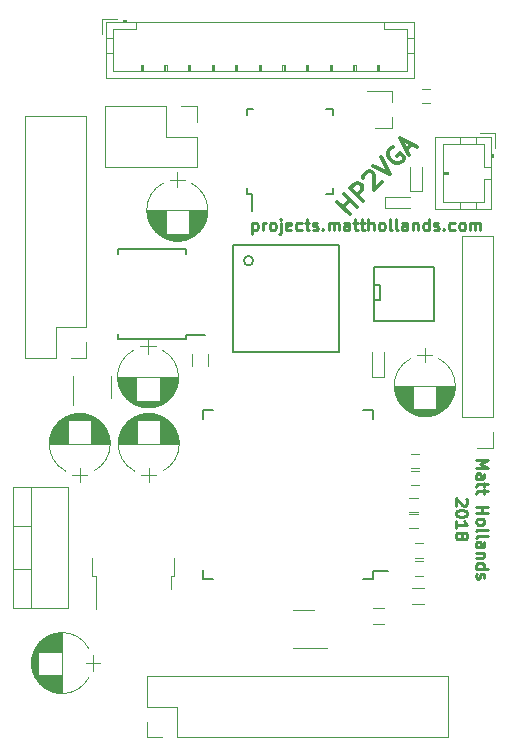
<source format=gbr>
G04 #@! TF.FileFunction,Legend,Top*
%FSLAX46Y46*%
G04 Gerber Fmt 4.6, Leading zero omitted, Abs format (unit mm)*
G04 Created by KiCad (PCBNEW 4.0.5) date 07/19/18 22:11:56*
%MOMM*%
%LPD*%
G01*
G04 APERTURE LIST*
%ADD10C,0.100000*%
%ADD11C,0.300000*%
%ADD12C,0.250000*%
%ADD13C,0.120000*%
%ADD14C,0.150000*%
G04 APERTURE END LIST*
D10*
D11*
X153657903Y-43389741D02*
X152597243Y-42329081D01*
X153102319Y-42834158D02*
X153708411Y-42228066D01*
X154263995Y-42783650D02*
X153203334Y-41722990D01*
X154769071Y-42278573D02*
X153708411Y-41217913D01*
X154112472Y-40813852D01*
X154263995Y-40763345D01*
X154365010Y-40763345D01*
X154516534Y-40813852D01*
X154668056Y-40965375D01*
X154718564Y-41116899D01*
X154718564Y-41217913D01*
X154668056Y-41369437D01*
X154263995Y-41773497D01*
X154819579Y-40308777D02*
X154819579Y-40207761D01*
X154870086Y-40056238D01*
X155122624Y-39803700D01*
X155274148Y-39753192D01*
X155375163Y-39753192D01*
X155526686Y-39803700D01*
X155627701Y-39904715D01*
X155728717Y-40106746D01*
X155728716Y-41318928D01*
X156385315Y-40662329D01*
X155627700Y-39298624D02*
X157041914Y-40005731D01*
X156334807Y-38591517D01*
X157294452Y-37732888D02*
X157142929Y-37783395D01*
X156991406Y-37934918D01*
X156890391Y-38136948D01*
X156890391Y-38338979D01*
X156940899Y-38490502D01*
X157092422Y-38743041D01*
X157243944Y-38894563D01*
X157496483Y-39046086D01*
X157648005Y-39096594D01*
X157850036Y-39096593D01*
X158052066Y-38995578D01*
X158153081Y-38894563D01*
X158254097Y-38692533D01*
X158254097Y-38591517D01*
X157900544Y-38237964D01*
X157698513Y-38439995D01*
X158456127Y-37985426D02*
X158961204Y-37480350D01*
X158658158Y-38389487D02*
X157951051Y-36975273D01*
X159365264Y-37682380D01*
D12*
X164379619Y-64214999D02*
X165379619Y-64214999D01*
X164665333Y-64548333D01*
X165379619Y-64881666D01*
X164379619Y-64881666D01*
X164379619Y-65786428D02*
X164903429Y-65786428D01*
X164998667Y-65738809D01*
X165046286Y-65643571D01*
X165046286Y-65453094D01*
X164998667Y-65357856D01*
X164427238Y-65786428D02*
X164379619Y-65691190D01*
X164379619Y-65453094D01*
X164427238Y-65357856D01*
X164522476Y-65310237D01*
X164617714Y-65310237D01*
X164712952Y-65357856D01*
X164760571Y-65453094D01*
X164760571Y-65691190D01*
X164808190Y-65786428D01*
X165046286Y-66119761D02*
X165046286Y-66500713D01*
X165379619Y-66262618D02*
X164522476Y-66262618D01*
X164427238Y-66310237D01*
X164379619Y-66405475D01*
X164379619Y-66500713D01*
X165046286Y-66691190D02*
X165046286Y-67072142D01*
X165379619Y-66834047D02*
X164522476Y-66834047D01*
X164427238Y-66881666D01*
X164379619Y-66976904D01*
X164379619Y-67072142D01*
X164379619Y-68167381D02*
X165379619Y-68167381D01*
X164903429Y-68167381D02*
X164903429Y-68738810D01*
X164379619Y-68738810D02*
X165379619Y-68738810D01*
X164379619Y-69357857D02*
X164427238Y-69262619D01*
X164474857Y-69215000D01*
X164570095Y-69167381D01*
X164855810Y-69167381D01*
X164951048Y-69215000D01*
X164998667Y-69262619D01*
X165046286Y-69357857D01*
X165046286Y-69500715D01*
X164998667Y-69595953D01*
X164951048Y-69643572D01*
X164855810Y-69691191D01*
X164570095Y-69691191D01*
X164474857Y-69643572D01*
X164427238Y-69595953D01*
X164379619Y-69500715D01*
X164379619Y-69357857D01*
X164379619Y-70262619D02*
X164427238Y-70167381D01*
X164522476Y-70119762D01*
X165379619Y-70119762D01*
X164379619Y-70786429D02*
X164427238Y-70691191D01*
X164522476Y-70643572D01*
X165379619Y-70643572D01*
X164379619Y-71595954D02*
X164903429Y-71595954D01*
X164998667Y-71548335D01*
X165046286Y-71453097D01*
X165046286Y-71262620D01*
X164998667Y-71167382D01*
X164427238Y-71595954D02*
X164379619Y-71500716D01*
X164379619Y-71262620D01*
X164427238Y-71167382D01*
X164522476Y-71119763D01*
X164617714Y-71119763D01*
X164712952Y-71167382D01*
X164760571Y-71262620D01*
X164760571Y-71500716D01*
X164808190Y-71595954D01*
X165046286Y-72072144D02*
X164379619Y-72072144D01*
X164951048Y-72072144D02*
X164998667Y-72119763D01*
X165046286Y-72215001D01*
X165046286Y-72357859D01*
X164998667Y-72453097D01*
X164903429Y-72500716D01*
X164379619Y-72500716D01*
X164379619Y-73405478D02*
X165379619Y-73405478D01*
X164427238Y-73405478D02*
X164379619Y-73310240D01*
X164379619Y-73119763D01*
X164427238Y-73024525D01*
X164474857Y-72976906D01*
X164570095Y-72929287D01*
X164855810Y-72929287D01*
X164951048Y-72976906D01*
X164998667Y-73024525D01*
X165046286Y-73119763D01*
X165046286Y-73310240D01*
X164998667Y-73405478D01*
X164427238Y-73834049D02*
X164379619Y-73929287D01*
X164379619Y-74119763D01*
X164427238Y-74215002D01*
X164522476Y-74262621D01*
X164570095Y-74262621D01*
X164665333Y-74215002D01*
X164712952Y-74119763D01*
X164712952Y-73976906D01*
X164760571Y-73881668D01*
X164855810Y-73834049D01*
X164903429Y-73834049D01*
X164998667Y-73881668D01*
X165046286Y-73976906D01*
X165046286Y-74119763D01*
X164998667Y-74215002D01*
X163534381Y-67500714D02*
X163582000Y-67548333D01*
X163629619Y-67643571D01*
X163629619Y-67881667D01*
X163582000Y-67976905D01*
X163534381Y-68024524D01*
X163439143Y-68072143D01*
X163343905Y-68072143D01*
X163201048Y-68024524D01*
X162629619Y-67453095D01*
X162629619Y-68072143D01*
X163629619Y-68691190D02*
X163629619Y-68786429D01*
X163582000Y-68881667D01*
X163534381Y-68929286D01*
X163439143Y-68976905D01*
X163248667Y-69024524D01*
X163010571Y-69024524D01*
X162820095Y-68976905D01*
X162724857Y-68929286D01*
X162677238Y-68881667D01*
X162629619Y-68786429D01*
X162629619Y-68691190D01*
X162677238Y-68595952D01*
X162724857Y-68548333D01*
X162820095Y-68500714D01*
X163010571Y-68453095D01*
X163248667Y-68453095D01*
X163439143Y-68500714D01*
X163534381Y-68548333D01*
X163582000Y-68595952D01*
X163629619Y-68691190D01*
X162629619Y-69976905D02*
X162629619Y-69405476D01*
X162629619Y-69691190D02*
X163629619Y-69691190D01*
X163486762Y-69595952D01*
X163391524Y-69500714D01*
X163343905Y-69405476D01*
X163201048Y-70548333D02*
X163248667Y-70453095D01*
X163296286Y-70405476D01*
X163391524Y-70357857D01*
X163439143Y-70357857D01*
X163534381Y-70405476D01*
X163582000Y-70453095D01*
X163629619Y-70548333D01*
X163629619Y-70738810D01*
X163582000Y-70834048D01*
X163534381Y-70881667D01*
X163439143Y-70929286D01*
X163391524Y-70929286D01*
X163296286Y-70881667D01*
X163248667Y-70834048D01*
X163201048Y-70738810D01*
X163201048Y-70548333D01*
X163153429Y-70453095D01*
X163105810Y-70405476D01*
X163010571Y-70357857D01*
X162820095Y-70357857D01*
X162724857Y-70405476D01*
X162677238Y-70453095D01*
X162629619Y-70548333D01*
X162629619Y-70738810D01*
X162677238Y-70834048D01*
X162724857Y-70881667D01*
X162820095Y-70929286D01*
X163010571Y-70929286D01*
X163105810Y-70881667D01*
X163153429Y-70834048D01*
X163201048Y-70738810D01*
X145400332Y-44108714D02*
X145400332Y-45108714D01*
X145400332Y-44156333D02*
X145495570Y-44108714D01*
X145686047Y-44108714D01*
X145781285Y-44156333D01*
X145828904Y-44203952D01*
X145876523Y-44299190D01*
X145876523Y-44584905D01*
X145828904Y-44680143D01*
X145781285Y-44727762D01*
X145686047Y-44775381D01*
X145495570Y-44775381D01*
X145400332Y-44727762D01*
X146305094Y-44775381D02*
X146305094Y-44108714D01*
X146305094Y-44299190D02*
X146352713Y-44203952D01*
X146400332Y-44156333D01*
X146495570Y-44108714D01*
X146590809Y-44108714D01*
X147066999Y-44775381D02*
X146971761Y-44727762D01*
X146924142Y-44680143D01*
X146876523Y-44584905D01*
X146876523Y-44299190D01*
X146924142Y-44203952D01*
X146971761Y-44156333D01*
X147066999Y-44108714D01*
X147209857Y-44108714D01*
X147305095Y-44156333D01*
X147352714Y-44203952D01*
X147400333Y-44299190D01*
X147400333Y-44584905D01*
X147352714Y-44680143D01*
X147305095Y-44727762D01*
X147209857Y-44775381D01*
X147066999Y-44775381D01*
X147828904Y-44108714D02*
X147828904Y-44965857D01*
X147781285Y-45061095D01*
X147686047Y-45108714D01*
X147638428Y-45108714D01*
X147828904Y-43775381D02*
X147781285Y-43823000D01*
X147828904Y-43870619D01*
X147876523Y-43823000D01*
X147828904Y-43775381D01*
X147828904Y-43870619D01*
X148686047Y-44727762D02*
X148590809Y-44775381D01*
X148400332Y-44775381D01*
X148305094Y-44727762D01*
X148257475Y-44632524D01*
X148257475Y-44251571D01*
X148305094Y-44156333D01*
X148400332Y-44108714D01*
X148590809Y-44108714D01*
X148686047Y-44156333D01*
X148733666Y-44251571D01*
X148733666Y-44346810D01*
X148257475Y-44442048D01*
X149590809Y-44727762D02*
X149495571Y-44775381D01*
X149305094Y-44775381D01*
X149209856Y-44727762D01*
X149162237Y-44680143D01*
X149114618Y-44584905D01*
X149114618Y-44299190D01*
X149162237Y-44203952D01*
X149209856Y-44156333D01*
X149305094Y-44108714D01*
X149495571Y-44108714D01*
X149590809Y-44156333D01*
X149876523Y-44108714D02*
X150257475Y-44108714D01*
X150019380Y-43775381D02*
X150019380Y-44632524D01*
X150066999Y-44727762D01*
X150162237Y-44775381D01*
X150257475Y-44775381D01*
X150543190Y-44727762D02*
X150638428Y-44775381D01*
X150828904Y-44775381D01*
X150924143Y-44727762D01*
X150971762Y-44632524D01*
X150971762Y-44584905D01*
X150924143Y-44489667D01*
X150828904Y-44442048D01*
X150686047Y-44442048D01*
X150590809Y-44394429D01*
X150543190Y-44299190D01*
X150543190Y-44251571D01*
X150590809Y-44156333D01*
X150686047Y-44108714D01*
X150828904Y-44108714D01*
X150924143Y-44156333D01*
X151400333Y-44680143D02*
X151447952Y-44727762D01*
X151400333Y-44775381D01*
X151352714Y-44727762D01*
X151400333Y-44680143D01*
X151400333Y-44775381D01*
X151876523Y-44775381D02*
X151876523Y-44108714D01*
X151876523Y-44203952D02*
X151924142Y-44156333D01*
X152019380Y-44108714D01*
X152162238Y-44108714D01*
X152257476Y-44156333D01*
X152305095Y-44251571D01*
X152305095Y-44775381D01*
X152305095Y-44251571D02*
X152352714Y-44156333D01*
X152447952Y-44108714D01*
X152590809Y-44108714D01*
X152686047Y-44156333D01*
X152733666Y-44251571D01*
X152733666Y-44775381D01*
X153638428Y-44775381D02*
X153638428Y-44251571D01*
X153590809Y-44156333D01*
X153495571Y-44108714D01*
X153305094Y-44108714D01*
X153209856Y-44156333D01*
X153638428Y-44727762D02*
X153543190Y-44775381D01*
X153305094Y-44775381D01*
X153209856Y-44727762D01*
X153162237Y-44632524D01*
X153162237Y-44537286D01*
X153209856Y-44442048D01*
X153305094Y-44394429D01*
X153543190Y-44394429D01*
X153638428Y-44346810D01*
X153971761Y-44108714D02*
X154352713Y-44108714D01*
X154114618Y-43775381D02*
X154114618Y-44632524D01*
X154162237Y-44727762D01*
X154257475Y-44775381D01*
X154352713Y-44775381D01*
X154543190Y-44108714D02*
X154924142Y-44108714D01*
X154686047Y-43775381D02*
X154686047Y-44632524D01*
X154733666Y-44727762D01*
X154828904Y-44775381D01*
X154924142Y-44775381D01*
X155257476Y-44775381D02*
X155257476Y-43775381D01*
X155686048Y-44775381D02*
X155686048Y-44251571D01*
X155638429Y-44156333D01*
X155543191Y-44108714D01*
X155400333Y-44108714D01*
X155305095Y-44156333D01*
X155257476Y-44203952D01*
X156305095Y-44775381D02*
X156209857Y-44727762D01*
X156162238Y-44680143D01*
X156114619Y-44584905D01*
X156114619Y-44299190D01*
X156162238Y-44203952D01*
X156209857Y-44156333D01*
X156305095Y-44108714D01*
X156447953Y-44108714D01*
X156543191Y-44156333D01*
X156590810Y-44203952D01*
X156638429Y-44299190D01*
X156638429Y-44584905D01*
X156590810Y-44680143D01*
X156543191Y-44727762D01*
X156447953Y-44775381D01*
X156305095Y-44775381D01*
X157209857Y-44775381D02*
X157114619Y-44727762D01*
X157067000Y-44632524D01*
X157067000Y-43775381D01*
X157733667Y-44775381D02*
X157638429Y-44727762D01*
X157590810Y-44632524D01*
X157590810Y-43775381D01*
X158543192Y-44775381D02*
X158543192Y-44251571D01*
X158495573Y-44156333D01*
X158400335Y-44108714D01*
X158209858Y-44108714D01*
X158114620Y-44156333D01*
X158543192Y-44727762D02*
X158447954Y-44775381D01*
X158209858Y-44775381D01*
X158114620Y-44727762D01*
X158067001Y-44632524D01*
X158067001Y-44537286D01*
X158114620Y-44442048D01*
X158209858Y-44394429D01*
X158447954Y-44394429D01*
X158543192Y-44346810D01*
X159019382Y-44108714D02*
X159019382Y-44775381D01*
X159019382Y-44203952D02*
X159067001Y-44156333D01*
X159162239Y-44108714D01*
X159305097Y-44108714D01*
X159400335Y-44156333D01*
X159447954Y-44251571D01*
X159447954Y-44775381D01*
X160352716Y-44775381D02*
X160352716Y-43775381D01*
X160352716Y-44727762D02*
X160257478Y-44775381D01*
X160067001Y-44775381D01*
X159971763Y-44727762D01*
X159924144Y-44680143D01*
X159876525Y-44584905D01*
X159876525Y-44299190D01*
X159924144Y-44203952D01*
X159971763Y-44156333D01*
X160067001Y-44108714D01*
X160257478Y-44108714D01*
X160352716Y-44156333D01*
X160781287Y-44727762D02*
X160876525Y-44775381D01*
X161067001Y-44775381D01*
X161162240Y-44727762D01*
X161209859Y-44632524D01*
X161209859Y-44584905D01*
X161162240Y-44489667D01*
X161067001Y-44442048D01*
X160924144Y-44442048D01*
X160828906Y-44394429D01*
X160781287Y-44299190D01*
X160781287Y-44251571D01*
X160828906Y-44156333D01*
X160924144Y-44108714D01*
X161067001Y-44108714D01*
X161162240Y-44156333D01*
X161638430Y-44680143D02*
X161686049Y-44727762D01*
X161638430Y-44775381D01*
X161590811Y-44727762D01*
X161638430Y-44680143D01*
X161638430Y-44775381D01*
X162543192Y-44727762D02*
X162447954Y-44775381D01*
X162257477Y-44775381D01*
X162162239Y-44727762D01*
X162114620Y-44680143D01*
X162067001Y-44584905D01*
X162067001Y-44299190D01*
X162114620Y-44203952D01*
X162162239Y-44156333D01*
X162257477Y-44108714D01*
X162447954Y-44108714D01*
X162543192Y-44156333D01*
X163114620Y-44775381D02*
X163019382Y-44727762D01*
X162971763Y-44680143D01*
X162924144Y-44584905D01*
X162924144Y-44299190D01*
X162971763Y-44203952D01*
X163019382Y-44156333D01*
X163114620Y-44108714D01*
X163257478Y-44108714D01*
X163352716Y-44156333D01*
X163400335Y-44203952D01*
X163447954Y-44299190D01*
X163447954Y-44584905D01*
X163400335Y-44680143D01*
X163352716Y-44727762D01*
X163257478Y-44775381D01*
X163114620Y-44775381D01*
X163876525Y-44775381D02*
X163876525Y-44108714D01*
X163876525Y-44203952D02*
X163924144Y-44156333D01*
X164019382Y-44108714D01*
X164162240Y-44108714D01*
X164257478Y-44156333D01*
X164305097Y-44251571D01*
X164305097Y-44775381D01*
X164305097Y-44251571D02*
X164352716Y-44156333D01*
X164447954Y-44108714D01*
X164590811Y-44108714D01*
X164686049Y-44156333D01*
X164733668Y-44251571D01*
X164733668Y-44775381D01*
D13*
X133016000Y-27156000D02*
X133016000Y-31856000D01*
X133016000Y-31856000D02*
X159116000Y-31856000D01*
X159116000Y-31856000D02*
X159116000Y-27156000D01*
X159116000Y-27156000D02*
X133016000Y-27156000D01*
X135566000Y-27156000D02*
X135566000Y-27756000D01*
X135566000Y-27756000D02*
X133616000Y-27756000D01*
X133616000Y-27756000D02*
X133616000Y-31256000D01*
X133616000Y-31256000D02*
X158516000Y-31256000D01*
X158516000Y-31256000D02*
X158516000Y-27756000D01*
X158516000Y-27756000D02*
X156566000Y-27756000D01*
X156566000Y-27756000D02*
X156566000Y-27156000D01*
X133016000Y-28456000D02*
X133616000Y-28456000D01*
X133016000Y-29756000D02*
X133616000Y-29756000D01*
X159116000Y-28456000D02*
X158516000Y-28456000D01*
X159116000Y-29756000D02*
X158516000Y-29756000D01*
X134766000Y-27156000D02*
X134766000Y-26956000D01*
X134766000Y-26956000D02*
X134466000Y-26956000D01*
X134466000Y-26956000D02*
X134466000Y-27156000D01*
X134766000Y-27056000D02*
X134466000Y-27056000D01*
X135966000Y-31256000D02*
X135966000Y-30756000D01*
X135966000Y-30756000D02*
X136166000Y-30756000D01*
X136166000Y-30756000D02*
X136166000Y-31256000D01*
X136066000Y-31256000D02*
X136066000Y-30756000D01*
X137966000Y-31256000D02*
X137966000Y-30756000D01*
X137966000Y-30756000D02*
X138166000Y-30756000D01*
X138166000Y-30756000D02*
X138166000Y-31256000D01*
X138066000Y-31256000D02*
X138066000Y-30756000D01*
X139966000Y-31256000D02*
X139966000Y-30756000D01*
X139966000Y-30756000D02*
X140166000Y-30756000D01*
X140166000Y-30756000D02*
X140166000Y-31256000D01*
X140066000Y-31256000D02*
X140066000Y-30756000D01*
X141966000Y-31256000D02*
X141966000Y-30756000D01*
X141966000Y-30756000D02*
X142166000Y-30756000D01*
X142166000Y-30756000D02*
X142166000Y-31256000D01*
X142066000Y-31256000D02*
X142066000Y-30756000D01*
X143966000Y-31256000D02*
X143966000Y-30756000D01*
X143966000Y-30756000D02*
X144166000Y-30756000D01*
X144166000Y-30756000D02*
X144166000Y-31256000D01*
X144066000Y-31256000D02*
X144066000Y-30756000D01*
X145966000Y-31256000D02*
X145966000Y-30756000D01*
X145966000Y-30756000D02*
X146166000Y-30756000D01*
X146166000Y-30756000D02*
X146166000Y-31256000D01*
X146066000Y-31256000D02*
X146066000Y-30756000D01*
X147966000Y-31256000D02*
X147966000Y-30756000D01*
X147966000Y-30756000D02*
X148166000Y-30756000D01*
X148166000Y-30756000D02*
X148166000Y-31256000D01*
X148066000Y-31256000D02*
X148066000Y-30756000D01*
X149966000Y-31256000D02*
X149966000Y-30756000D01*
X149966000Y-30756000D02*
X150166000Y-30756000D01*
X150166000Y-30756000D02*
X150166000Y-31256000D01*
X150066000Y-31256000D02*
X150066000Y-30756000D01*
X151966000Y-31256000D02*
X151966000Y-30756000D01*
X151966000Y-30756000D02*
X152166000Y-30756000D01*
X152166000Y-30756000D02*
X152166000Y-31256000D01*
X152066000Y-31256000D02*
X152066000Y-30756000D01*
X153966000Y-31256000D02*
X153966000Y-30756000D01*
X153966000Y-30756000D02*
X154166000Y-30756000D01*
X154166000Y-30756000D02*
X154166000Y-31256000D01*
X154066000Y-31256000D02*
X154066000Y-30756000D01*
X155966000Y-31256000D02*
X155966000Y-30756000D01*
X155966000Y-30756000D02*
X156166000Y-30756000D01*
X156166000Y-30756000D02*
X156166000Y-31256000D01*
X156066000Y-31256000D02*
X156066000Y-30756000D01*
X133966000Y-26856000D02*
X132716000Y-26856000D01*
X132716000Y-26856000D02*
X132716000Y-28106000D01*
D14*
X139781000Y-53990000D02*
X139781000Y-53640000D01*
X134031000Y-53990000D02*
X134031000Y-53540000D01*
X134031000Y-46340000D02*
X134031000Y-46790000D01*
X139781000Y-46340000D02*
X139781000Y-46790000D01*
X139781000Y-53990000D02*
X134031000Y-53990000D01*
X139781000Y-46340000D02*
X134031000Y-46340000D01*
X139781000Y-53640000D02*
X141381000Y-53640000D01*
X144965000Y-41725000D02*
X145415000Y-41725000D01*
X144965000Y-34475000D02*
X145490000Y-34475000D01*
X152215000Y-34475000D02*
X151690000Y-34475000D01*
X152215000Y-41725000D02*
X151690000Y-41725000D01*
X144965000Y-41725000D02*
X144965000Y-41200000D01*
X152215000Y-41725000D02*
X152215000Y-41200000D01*
X152215000Y-34475000D02*
X152215000Y-35000000D01*
X144965000Y-34475000D02*
X144965000Y-35000000D01*
X145415000Y-41725000D02*
X145415000Y-43100000D01*
D13*
X140244723Y-45374722D02*
G75*
G03X140245000Y-40763420I-1179723J2305722D01*
G01*
X137885277Y-45374722D02*
G75*
G02X137885000Y-40763420I1179723J2305722D01*
G01*
X137885277Y-45374722D02*
G75*
G03X140245000Y-45374580I1179723J2305722D01*
G01*
X141615000Y-43069000D02*
X136515000Y-43069000D01*
X141615000Y-43109000D02*
X140045000Y-43109000D01*
X138085000Y-43109000D02*
X136515000Y-43109000D01*
X141614000Y-43149000D02*
X140045000Y-43149000D01*
X138085000Y-43149000D02*
X136516000Y-43149000D01*
X141613000Y-43189000D02*
X140045000Y-43189000D01*
X138085000Y-43189000D02*
X136517000Y-43189000D01*
X141611000Y-43229000D02*
X140045000Y-43229000D01*
X138085000Y-43229000D02*
X136519000Y-43229000D01*
X141608000Y-43269000D02*
X140045000Y-43269000D01*
X138085000Y-43269000D02*
X136522000Y-43269000D01*
X141604000Y-43309000D02*
X140045000Y-43309000D01*
X138085000Y-43309000D02*
X136526000Y-43309000D01*
X141600000Y-43349000D02*
X140045000Y-43349000D01*
X138085000Y-43349000D02*
X136530000Y-43349000D01*
X141596000Y-43389000D02*
X140045000Y-43389000D01*
X138085000Y-43389000D02*
X136534000Y-43389000D01*
X141590000Y-43429000D02*
X140045000Y-43429000D01*
X138085000Y-43429000D02*
X136540000Y-43429000D01*
X141584000Y-43469000D02*
X140045000Y-43469000D01*
X138085000Y-43469000D02*
X136546000Y-43469000D01*
X141578000Y-43509000D02*
X140045000Y-43509000D01*
X138085000Y-43509000D02*
X136552000Y-43509000D01*
X141571000Y-43549000D02*
X140045000Y-43549000D01*
X138085000Y-43549000D02*
X136559000Y-43549000D01*
X141563000Y-43589000D02*
X140045000Y-43589000D01*
X138085000Y-43589000D02*
X136567000Y-43589000D01*
X141554000Y-43629000D02*
X140045000Y-43629000D01*
X138085000Y-43629000D02*
X136576000Y-43629000D01*
X141545000Y-43669000D02*
X140045000Y-43669000D01*
X138085000Y-43669000D02*
X136585000Y-43669000D01*
X141535000Y-43709000D02*
X140045000Y-43709000D01*
X138085000Y-43709000D02*
X136595000Y-43709000D01*
X141525000Y-43749000D02*
X140045000Y-43749000D01*
X138085000Y-43749000D02*
X136605000Y-43749000D01*
X141513000Y-43790000D02*
X140045000Y-43790000D01*
X138085000Y-43790000D02*
X136617000Y-43790000D01*
X141501000Y-43830000D02*
X140045000Y-43830000D01*
X138085000Y-43830000D02*
X136629000Y-43830000D01*
X141489000Y-43870000D02*
X140045000Y-43870000D01*
X138085000Y-43870000D02*
X136641000Y-43870000D01*
X141475000Y-43910000D02*
X140045000Y-43910000D01*
X138085000Y-43910000D02*
X136655000Y-43910000D01*
X141461000Y-43950000D02*
X140045000Y-43950000D01*
X138085000Y-43950000D02*
X136669000Y-43950000D01*
X141447000Y-43990000D02*
X140045000Y-43990000D01*
X138085000Y-43990000D02*
X136683000Y-43990000D01*
X141431000Y-44030000D02*
X140045000Y-44030000D01*
X138085000Y-44030000D02*
X136699000Y-44030000D01*
X141415000Y-44070000D02*
X140045000Y-44070000D01*
X138085000Y-44070000D02*
X136715000Y-44070000D01*
X141398000Y-44110000D02*
X140045000Y-44110000D01*
X138085000Y-44110000D02*
X136732000Y-44110000D01*
X141380000Y-44150000D02*
X140045000Y-44150000D01*
X138085000Y-44150000D02*
X136750000Y-44150000D01*
X141361000Y-44190000D02*
X140045000Y-44190000D01*
X138085000Y-44190000D02*
X136769000Y-44190000D01*
X141341000Y-44230000D02*
X140045000Y-44230000D01*
X138085000Y-44230000D02*
X136789000Y-44230000D01*
X141321000Y-44270000D02*
X140045000Y-44270000D01*
X138085000Y-44270000D02*
X136809000Y-44270000D01*
X141299000Y-44310000D02*
X140045000Y-44310000D01*
X138085000Y-44310000D02*
X136831000Y-44310000D01*
X141277000Y-44350000D02*
X140045000Y-44350000D01*
X138085000Y-44350000D02*
X136853000Y-44350000D01*
X141254000Y-44390000D02*
X140045000Y-44390000D01*
X138085000Y-44390000D02*
X136876000Y-44390000D01*
X141230000Y-44430000D02*
X140045000Y-44430000D01*
X138085000Y-44430000D02*
X136900000Y-44430000D01*
X141205000Y-44470000D02*
X140045000Y-44470000D01*
X138085000Y-44470000D02*
X136925000Y-44470000D01*
X141178000Y-44510000D02*
X140045000Y-44510000D01*
X138085000Y-44510000D02*
X136952000Y-44510000D01*
X141151000Y-44550000D02*
X140045000Y-44550000D01*
X138085000Y-44550000D02*
X136979000Y-44550000D01*
X141123000Y-44590000D02*
X140045000Y-44590000D01*
X138085000Y-44590000D02*
X137007000Y-44590000D01*
X141093000Y-44630000D02*
X140045000Y-44630000D01*
X138085000Y-44630000D02*
X137037000Y-44630000D01*
X141062000Y-44670000D02*
X140045000Y-44670000D01*
X138085000Y-44670000D02*
X137068000Y-44670000D01*
X141030000Y-44710000D02*
X140045000Y-44710000D01*
X138085000Y-44710000D02*
X137100000Y-44710000D01*
X140997000Y-44750000D02*
X140045000Y-44750000D01*
X138085000Y-44750000D02*
X137133000Y-44750000D01*
X140962000Y-44790000D02*
X140045000Y-44790000D01*
X138085000Y-44790000D02*
X137168000Y-44790000D01*
X140926000Y-44830000D02*
X140045000Y-44830000D01*
X138085000Y-44830000D02*
X137204000Y-44830000D01*
X140888000Y-44870000D02*
X140045000Y-44870000D01*
X138085000Y-44870000D02*
X137242000Y-44870000D01*
X140848000Y-44910000D02*
X140045000Y-44910000D01*
X138085000Y-44910000D02*
X137282000Y-44910000D01*
X140807000Y-44950000D02*
X140045000Y-44950000D01*
X138085000Y-44950000D02*
X137323000Y-44950000D01*
X140764000Y-44990000D02*
X140045000Y-44990000D01*
X138085000Y-44990000D02*
X137366000Y-44990000D01*
X140719000Y-45030000D02*
X140045000Y-45030000D01*
X138085000Y-45030000D02*
X137411000Y-45030000D01*
X140671000Y-45070000D02*
X137459000Y-45070000D01*
X140621000Y-45110000D02*
X137509000Y-45110000D01*
X140569000Y-45150000D02*
X137561000Y-45150000D01*
X140513000Y-45190000D02*
X137617000Y-45190000D01*
X140455000Y-45230000D02*
X137675000Y-45230000D01*
X140392000Y-45270000D02*
X137738000Y-45270000D01*
X140326000Y-45310000D02*
X137804000Y-45310000D01*
X140254000Y-45350000D02*
X137876000Y-45350000D01*
X140177000Y-45390000D02*
X137953000Y-45390000D01*
X140093000Y-45430000D02*
X138037000Y-45430000D01*
X139999000Y-45470000D02*
X138131000Y-45470000D01*
X139894000Y-45510000D02*
X138236000Y-45510000D01*
X139772000Y-45550000D02*
X138358000Y-45550000D01*
X139624000Y-45590000D02*
X138506000Y-45590000D01*
X139419000Y-45630000D02*
X138711000Y-45630000D01*
X139065000Y-39869000D02*
X139065000Y-41069000D01*
X139715000Y-40469000D02*
X138415000Y-40469000D01*
X126996278Y-82586723D02*
G75*
G03X131607580Y-82587000I2305722J1179723D01*
G01*
X126996278Y-80227277D02*
G75*
G02X131607580Y-80227000I2305722J-1179723D01*
G01*
X126996278Y-80227277D02*
G75*
G03X126996420Y-82587000I2305722J-1179723D01*
G01*
X129302000Y-83957000D02*
X129302000Y-78857000D01*
X129262000Y-83957000D02*
X129262000Y-82387000D01*
X129262000Y-80427000D02*
X129262000Y-78857000D01*
X129222000Y-83956000D02*
X129222000Y-82387000D01*
X129222000Y-80427000D02*
X129222000Y-78858000D01*
X129182000Y-83955000D02*
X129182000Y-82387000D01*
X129182000Y-80427000D02*
X129182000Y-78859000D01*
X129142000Y-83953000D02*
X129142000Y-82387000D01*
X129142000Y-80427000D02*
X129142000Y-78861000D01*
X129102000Y-83950000D02*
X129102000Y-82387000D01*
X129102000Y-80427000D02*
X129102000Y-78864000D01*
X129062000Y-83946000D02*
X129062000Y-82387000D01*
X129062000Y-80427000D02*
X129062000Y-78868000D01*
X129022000Y-83942000D02*
X129022000Y-82387000D01*
X129022000Y-80427000D02*
X129022000Y-78872000D01*
X128982000Y-83938000D02*
X128982000Y-82387000D01*
X128982000Y-80427000D02*
X128982000Y-78876000D01*
X128942000Y-83932000D02*
X128942000Y-82387000D01*
X128942000Y-80427000D02*
X128942000Y-78882000D01*
X128902000Y-83926000D02*
X128902000Y-82387000D01*
X128902000Y-80427000D02*
X128902000Y-78888000D01*
X128862000Y-83920000D02*
X128862000Y-82387000D01*
X128862000Y-80427000D02*
X128862000Y-78894000D01*
X128822000Y-83913000D02*
X128822000Y-82387000D01*
X128822000Y-80427000D02*
X128822000Y-78901000D01*
X128782000Y-83905000D02*
X128782000Y-82387000D01*
X128782000Y-80427000D02*
X128782000Y-78909000D01*
X128742000Y-83896000D02*
X128742000Y-82387000D01*
X128742000Y-80427000D02*
X128742000Y-78918000D01*
X128702000Y-83887000D02*
X128702000Y-82387000D01*
X128702000Y-80427000D02*
X128702000Y-78927000D01*
X128662000Y-83877000D02*
X128662000Y-82387000D01*
X128662000Y-80427000D02*
X128662000Y-78937000D01*
X128622000Y-83867000D02*
X128622000Y-82387000D01*
X128622000Y-80427000D02*
X128622000Y-78947000D01*
X128581000Y-83855000D02*
X128581000Y-82387000D01*
X128581000Y-80427000D02*
X128581000Y-78959000D01*
X128541000Y-83843000D02*
X128541000Y-82387000D01*
X128541000Y-80427000D02*
X128541000Y-78971000D01*
X128501000Y-83831000D02*
X128501000Y-82387000D01*
X128501000Y-80427000D02*
X128501000Y-78983000D01*
X128461000Y-83817000D02*
X128461000Y-82387000D01*
X128461000Y-80427000D02*
X128461000Y-78997000D01*
X128421000Y-83803000D02*
X128421000Y-82387000D01*
X128421000Y-80427000D02*
X128421000Y-79011000D01*
X128381000Y-83789000D02*
X128381000Y-82387000D01*
X128381000Y-80427000D02*
X128381000Y-79025000D01*
X128341000Y-83773000D02*
X128341000Y-82387000D01*
X128341000Y-80427000D02*
X128341000Y-79041000D01*
X128301000Y-83757000D02*
X128301000Y-82387000D01*
X128301000Y-80427000D02*
X128301000Y-79057000D01*
X128261000Y-83740000D02*
X128261000Y-82387000D01*
X128261000Y-80427000D02*
X128261000Y-79074000D01*
X128221000Y-83722000D02*
X128221000Y-82387000D01*
X128221000Y-80427000D02*
X128221000Y-79092000D01*
X128181000Y-83703000D02*
X128181000Y-82387000D01*
X128181000Y-80427000D02*
X128181000Y-79111000D01*
X128141000Y-83683000D02*
X128141000Y-82387000D01*
X128141000Y-80427000D02*
X128141000Y-79131000D01*
X128101000Y-83663000D02*
X128101000Y-82387000D01*
X128101000Y-80427000D02*
X128101000Y-79151000D01*
X128061000Y-83641000D02*
X128061000Y-82387000D01*
X128061000Y-80427000D02*
X128061000Y-79173000D01*
X128021000Y-83619000D02*
X128021000Y-82387000D01*
X128021000Y-80427000D02*
X128021000Y-79195000D01*
X127981000Y-83596000D02*
X127981000Y-82387000D01*
X127981000Y-80427000D02*
X127981000Y-79218000D01*
X127941000Y-83572000D02*
X127941000Y-82387000D01*
X127941000Y-80427000D02*
X127941000Y-79242000D01*
X127901000Y-83547000D02*
X127901000Y-82387000D01*
X127901000Y-80427000D02*
X127901000Y-79267000D01*
X127861000Y-83520000D02*
X127861000Y-82387000D01*
X127861000Y-80427000D02*
X127861000Y-79294000D01*
X127821000Y-83493000D02*
X127821000Y-82387000D01*
X127821000Y-80427000D02*
X127821000Y-79321000D01*
X127781000Y-83465000D02*
X127781000Y-82387000D01*
X127781000Y-80427000D02*
X127781000Y-79349000D01*
X127741000Y-83435000D02*
X127741000Y-82387000D01*
X127741000Y-80427000D02*
X127741000Y-79379000D01*
X127701000Y-83404000D02*
X127701000Y-82387000D01*
X127701000Y-80427000D02*
X127701000Y-79410000D01*
X127661000Y-83372000D02*
X127661000Y-82387000D01*
X127661000Y-80427000D02*
X127661000Y-79442000D01*
X127621000Y-83339000D02*
X127621000Y-82387000D01*
X127621000Y-80427000D02*
X127621000Y-79475000D01*
X127581000Y-83304000D02*
X127581000Y-82387000D01*
X127581000Y-80427000D02*
X127581000Y-79510000D01*
X127541000Y-83268000D02*
X127541000Y-82387000D01*
X127541000Y-80427000D02*
X127541000Y-79546000D01*
X127501000Y-83230000D02*
X127501000Y-82387000D01*
X127501000Y-80427000D02*
X127501000Y-79584000D01*
X127461000Y-83190000D02*
X127461000Y-82387000D01*
X127461000Y-80427000D02*
X127461000Y-79624000D01*
X127421000Y-83149000D02*
X127421000Y-82387000D01*
X127421000Y-80427000D02*
X127421000Y-79665000D01*
X127381000Y-83106000D02*
X127381000Y-82387000D01*
X127381000Y-80427000D02*
X127381000Y-79708000D01*
X127341000Y-83061000D02*
X127341000Y-82387000D01*
X127341000Y-80427000D02*
X127341000Y-79753000D01*
X127301000Y-83013000D02*
X127301000Y-79801000D01*
X127261000Y-82963000D02*
X127261000Y-79851000D01*
X127221000Y-82911000D02*
X127221000Y-79903000D01*
X127181000Y-82855000D02*
X127181000Y-79959000D01*
X127141000Y-82797000D02*
X127141000Y-80017000D01*
X127101000Y-82734000D02*
X127101000Y-80080000D01*
X127061000Y-82668000D02*
X127061000Y-80146000D01*
X127021000Y-82596000D02*
X127021000Y-80218000D01*
X126981000Y-82519000D02*
X126981000Y-80295000D01*
X126941000Y-82435000D02*
X126941000Y-80379000D01*
X126901000Y-82341000D02*
X126901000Y-80473000D01*
X126861000Y-82236000D02*
X126861000Y-80578000D01*
X126821000Y-82114000D02*
X126821000Y-80700000D01*
X126781000Y-81966000D02*
X126781000Y-80848000D01*
X126741000Y-81761000D02*
X126741000Y-81053000D01*
X132502000Y-81407000D02*
X131302000Y-81407000D01*
X131902000Y-82057000D02*
X131902000Y-80757000D01*
X129630277Y-60543278D02*
G75*
G03X129630000Y-65154580I1179723J-2305722D01*
G01*
X131989723Y-60543278D02*
G75*
G02X131990000Y-65154580I-1179723J-2305722D01*
G01*
X131989723Y-60543278D02*
G75*
G03X129630000Y-60543420I-1179723J-2305722D01*
G01*
X128260000Y-62849000D02*
X133360000Y-62849000D01*
X128260000Y-62809000D02*
X129830000Y-62809000D01*
X131790000Y-62809000D02*
X133360000Y-62809000D01*
X128261000Y-62769000D02*
X129830000Y-62769000D01*
X131790000Y-62769000D02*
X133359000Y-62769000D01*
X128262000Y-62729000D02*
X129830000Y-62729000D01*
X131790000Y-62729000D02*
X133358000Y-62729000D01*
X128264000Y-62689000D02*
X129830000Y-62689000D01*
X131790000Y-62689000D02*
X133356000Y-62689000D01*
X128267000Y-62649000D02*
X129830000Y-62649000D01*
X131790000Y-62649000D02*
X133353000Y-62649000D01*
X128271000Y-62609000D02*
X129830000Y-62609000D01*
X131790000Y-62609000D02*
X133349000Y-62609000D01*
X128275000Y-62569000D02*
X129830000Y-62569000D01*
X131790000Y-62569000D02*
X133345000Y-62569000D01*
X128279000Y-62529000D02*
X129830000Y-62529000D01*
X131790000Y-62529000D02*
X133341000Y-62529000D01*
X128285000Y-62489000D02*
X129830000Y-62489000D01*
X131790000Y-62489000D02*
X133335000Y-62489000D01*
X128291000Y-62449000D02*
X129830000Y-62449000D01*
X131790000Y-62449000D02*
X133329000Y-62449000D01*
X128297000Y-62409000D02*
X129830000Y-62409000D01*
X131790000Y-62409000D02*
X133323000Y-62409000D01*
X128304000Y-62369000D02*
X129830000Y-62369000D01*
X131790000Y-62369000D02*
X133316000Y-62369000D01*
X128312000Y-62329000D02*
X129830000Y-62329000D01*
X131790000Y-62329000D02*
X133308000Y-62329000D01*
X128321000Y-62289000D02*
X129830000Y-62289000D01*
X131790000Y-62289000D02*
X133299000Y-62289000D01*
X128330000Y-62249000D02*
X129830000Y-62249000D01*
X131790000Y-62249000D02*
X133290000Y-62249000D01*
X128340000Y-62209000D02*
X129830000Y-62209000D01*
X131790000Y-62209000D02*
X133280000Y-62209000D01*
X128350000Y-62169000D02*
X129830000Y-62169000D01*
X131790000Y-62169000D02*
X133270000Y-62169000D01*
X128362000Y-62128000D02*
X129830000Y-62128000D01*
X131790000Y-62128000D02*
X133258000Y-62128000D01*
X128374000Y-62088000D02*
X129830000Y-62088000D01*
X131790000Y-62088000D02*
X133246000Y-62088000D01*
X128386000Y-62048000D02*
X129830000Y-62048000D01*
X131790000Y-62048000D02*
X133234000Y-62048000D01*
X128400000Y-62008000D02*
X129830000Y-62008000D01*
X131790000Y-62008000D02*
X133220000Y-62008000D01*
X128414000Y-61968000D02*
X129830000Y-61968000D01*
X131790000Y-61968000D02*
X133206000Y-61968000D01*
X128428000Y-61928000D02*
X129830000Y-61928000D01*
X131790000Y-61928000D02*
X133192000Y-61928000D01*
X128444000Y-61888000D02*
X129830000Y-61888000D01*
X131790000Y-61888000D02*
X133176000Y-61888000D01*
X128460000Y-61848000D02*
X129830000Y-61848000D01*
X131790000Y-61848000D02*
X133160000Y-61848000D01*
X128477000Y-61808000D02*
X129830000Y-61808000D01*
X131790000Y-61808000D02*
X133143000Y-61808000D01*
X128495000Y-61768000D02*
X129830000Y-61768000D01*
X131790000Y-61768000D02*
X133125000Y-61768000D01*
X128514000Y-61728000D02*
X129830000Y-61728000D01*
X131790000Y-61728000D02*
X133106000Y-61728000D01*
X128534000Y-61688000D02*
X129830000Y-61688000D01*
X131790000Y-61688000D02*
X133086000Y-61688000D01*
X128554000Y-61648000D02*
X129830000Y-61648000D01*
X131790000Y-61648000D02*
X133066000Y-61648000D01*
X128576000Y-61608000D02*
X129830000Y-61608000D01*
X131790000Y-61608000D02*
X133044000Y-61608000D01*
X128598000Y-61568000D02*
X129830000Y-61568000D01*
X131790000Y-61568000D02*
X133022000Y-61568000D01*
X128621000Y-61528000D02*
X129830000Y-61528000D01*
X131790000Y-61528000D02*
X132999000Y-61528000D01*
X128645000Y-61488000D02*
X129830000Y-61488000D01*
X131790000Y-61488000D02*
X132975000Y-61488000D01*
X128670000Y-61448000D02*
X129830000Y-61448000D01*
X131790000Y-61448000D02*
X132950000Y-61448000D01*
X128697000Y-61408000D02*
X129830000Y-61408000D01*
X131790000Y-61408000D02*
X132923000Y-61408000D01*
X128724000Y-61368000D02*
X129830000Y-61368000D01*
X131790000Y-61368000D02*
X132896000Y-61368000D01*
X128752000Y-61328000D02*
X129830000Y-61328000D01*
X131790000Y-61328000D02*
X132868000Y-61328000D01*
X128782000Y-61288000D02*
X129830000Y-61288000D01*
X131790000Y-61288000D02*
X132838000Y-61288000D01*
X128813000Y-61248000D02*
X129830000Y-61248000D01*
X131790000Y-61248000D02*
X132807000Y-61248000D01*
X128845000Y-61208000D02*
X129830000Y-61208000D01*
X131790000Y-61208000D02*
X132775000Y-61208000D01*
X128878000Y-61168000D02*
X129830000Y-61168000D01*
X131790000Y-61168000D02*
X132742000Y-61168000D01*
X128913000Y-61128000D02*
X129830000Y-61128000D01*
X131790000Y-61128000D02*
X132707000Y-61128000D01*
X128949000Y-61088000D02*
X129830000Y-61088000D01*
X131790000Y-61088000D02*
X132671000Y-61088000D01*
X128987000Y-61048000D02*
X129830000Y-61048000D01*
X131790000Y-61048000D02*
X132633000Y-61048000D01*
X129027000Y-61008000D02*
X129830000Y-61008000D01*
X131790000Y-61008000D02*
X132593000Y-61008000D01*
X129068000Y-60968000D02*
X129830000Y-60968000D01*
X131790000Y-60968000D02*
X132552000Y-60968000D01*
X129111000Y-60928000D02*
X129830000Y-60928000D01*
X131790000Y-60928000D02*
X132509000Y-60928000D01*
X129156000Y-60888000D02*
X129830000Y-60888000D01*
X131790000Y-60888000D02*
X132464000Y-60888000D01*
X129204000Y-60848000D02*
X132416000Y-60848000D01*
X129254000Y-60808000D02*
X132366000Y-60808000D01*
X129306000Y-60768000D02*
X132314000Y-60768000D01*
X129362000Y-60728000D02*
X132258000Y-60728000D01*
X129420000Y-60688000D02*
X132200000Y-60688000D01*
X129483000Y-60648000D02*
X132137000Y-60648000D01*
X129549000Y-60608000D02*
X132071000Y-60608000D01*
X129621000Y-60568000D02*
X131999000Y-60568000D01*
X129698000Y-60528000D02*
X131922000Y-60528000D01*
X129782000Y-60488000D02*
X131838000Y-60488000D01*
X129876000Y-60448000D02*
X131744000Y-60448000D01*
X129981000Y-60408000D02*
X131639000Y-60408000D01*
X130103000Y-60368000D02*
X131517000Y-60368000D01*
X130251000Y-60328000D02*
X131369000Y-60328000D01*
X130456000Y-60288000D02*
X131164000Y-60288000D01*
X130810000Y-66049000D02*
X130810000Y-64849000D01*
X130160000Y-65449000D02*
X131460000Y-65449000D01*
X135472277Y-60543278D02*
G75*
G03X135472000Y-65154580I1179723J-2305722D01*
G01*
X137831723Y-60543278D02*
G75*
G02X137832000Y-65154580I-1179723J-2305722D01*
G01*
X137831723Y-60543278D02*
G75*
G03X135472000Y-60543420I-1179723J-2305722D01*
G01*
X134102000Y-62849000D02*
X139202000Y-62849000D01*
X134102000Y-62809000D02*
X135672000Y-62809000D01*
X137632000Y-62809000D02*
X139202000Y-62809000D01*
X134103000Y-62769000D02*
X135672000Y-62769000D01*
X137632000Y-62769000D02*
X139201000Y-62769000D01*
X134104000Y-62729000D02*
X135672000Y-62729000D01*
X137632000Y-62729000D02*
X139200000Y-62729000D01*
X134106000Y-62689000D02*
X135672000Y-62689000D01*
X137632000Y-62689000D02*
X139198000Y-62689000D01*
X134109000Y-62649000D02*
X135672000Y-62649000D01*
X137632000Y-62649000D02*
X139195000Y-62649000D01*
X134113000Y-62609000D02*
X135672000Y-62609000D01*
X137632000Y-62609000D02*
X139191000Y-62609000D01*
X134117000Y-62569000D02*
X135672000Y-62569000D01*
X137632000Y-62569000D02*
X139187000Y-62569000D01*
X134121000Y-62529000D02*
X135672000Y-62529000D01*
X137632000Y-62529000D02*
X139183000Y-62529000D01*
X134127000Y-62489000D02*
X135672000Y-62489000D01*
X137632000Y-62489000D02*
X139177000Y-62489000D01*
X134133000Y-62449000D02*
X135672000Y-62449000D01*
X137632000Y-62449000D02*
X139171000Y-62449000D01*
X134139000Y-62409000D02*
X135672000Y-62409000D01*
X137632000Y-62409000D02*
X139165000Y-62409000D01*
X134146000Y-62369000D02*
X135672000Y-62369000D01*
X137632000Y-62369000D02*
X139158000Y-62369000D01*
X134154000Y-62329000D02*
X135672000Y-62329000D01*
X137632000Y-62329000D02*
X139150000Y-62329000D01*
X134163000Y-62289000D02*
X135672000Y-62289000D01*
X137632000Y-62289000D02*
X139141000Y-62289000D01*
X134172000Y-62249000D02*
X135672000Y-62249000D01*
X137632000Y-62249000D02*
X139132000Y-62249000D01*
X134182000Y-62209000D02*
X135672000Y-62209000D01*
X137632000Y-62209000D02*
X139122000Y-62209000D01*
X134192000Y-62169000D02*
X135672000Y-62169000D01*
X137632000Y-62169000D02*
X139112000Y-62169000D01*
X134204000Y-62128000D02*
X135672000Y-62128000D01*
X137632000Y-62128000D02*
X139100000Y-62128000D01*
X134216000Y-62088000D02*
X135672000Y-62088000D01*
X137632000Y-62088000D02*
X139088000Y-62088000D01*
X134228000Y-62048000D02*
X135672000Y-62048000D01*
X137632000Y-62048000D02*
X139076000Y-62048000D01*
X134242000Y-62008000D02*
X135672000Y-62008000D01*
X137632000Y-62008000D02*
X139062000Y-62008000D01*
X134256000Y-61968000D02*
X135672000Y-61968000D01*
X137632000Y-61968000D02*
X139048000Y-61968000D01*
X134270000Y-61928000D02*
X135672000Y-61928000D01*
X137632000Y-61928000D02*
X139034000Y-61928000D01*
X134286000Y-61888000D02*
X135672000Y-61888000D01*
X137632000Y-61888000D02*
X139018000Y-61888000D01*
X134302000Y-61848000D02*
X135672000Y-61848000D01*
X137632000Y-61848000D02*
X139002000Y-61848000D01*
X134319000Y-61808000D02*
X135672000Y-61808000D01*
X137632000Y-61808000D02*
X138985000Y-61808000D01*
X134337000Y-61768000D02*
X135672000Y-61768000D01*
X137632000Y-61768000D02*
X138967000Y-61768000D01*
X134356000Y-61728000D02*
X135672000Y-61728000D01*
X137632000Y-61728000D02*
X138948000Y-61728000D01*
X134376000Y-61688000D02*
X135672000Y-61688000D01*
X137632000Y-61688000D02*
X138928000Y-61688000D01*
X134396000Y-61648000D02*
X135672000Y-61648000D01*
X137632000Y-61648000D02*
X138908000Y-61648000D01*
X134418000Y-61608000D02*
X135672000Y-61608000D01*
X137632000Y-61608000D02*
X138886000Y-61608000D01*
X134440000Y-61568000D02*
X135672000Y-61568000D01*
X137632000Y-61568000D02*
X138864000Y-61568000D01*
X134463000Y-61528000D02*
X135672000Y-61528000D01*
X137632000Y-61528000D02*
X138841000Y-61528000D01*
X134487000Y-61488000D02*
X135672000Y-61488000D01*
X137632000Y-61488000D02*
X138817000Y-61488000D01*
X134512000Y-61448000D02*
X135672000Y-61448000D01*
X137632000Y-61448000D02*
X138792000Y-61448000D01*
X134539000Y-61408000D02*
X135672000Y-61408000D01*
X137632000Y-61408000D02*
X138765000Y-61408000D01*
X134566000Y-61368000D02*
X135672000Y-61368000D01*
X137632000Y-61368000D02*
X138738000Y-61368000D01*
X134594000Y-61328000D02*
X135672000Y-61328000D01*
X137632000Y-61328000D02*
X138710000Y-61328000D01*
X134624000Y-61288000D02*
X135672000Y-61288000D01*
X137632000Y-61288000D02*
X138680000Y-61288000D01*
X134655000Y-61248000D02*
X135672000Y-61248000D01*
X137632000Y-61248000D02*
X138649000Y-61248000D01*
X134687000Y-61208000D02*
X135672000Y-61208000D01*
X137632000Y-61208000D02*
X138617000Y-61208000D01*
X134720000Y-61168000D02*
X135672000Y-61168000D01*
X137632000Y-61168000D02*
X138584000Y-61168000D01*
X134755000Y-61128000D02*
X135672000Y-61128000D01*
X137632000Y-61128000D02*
X138549000Y-61128000D01*
X134791000Y-61088000D02*
X135672000Y-61088000D01*
X137632000Y-61088000D02*
X138513000Y-61088000D01*
X134829000Y-61048000D02*
X135672000Y-61048000D01*
X137632000Y-61048000D02*
X138475000Y-61048000D01*
X134869000Y-61008000D02*
X135672000Y-61008000D01*
X137632000Y-61008000D02*
X138435000Y-61008000D01*
X134910000Y-60968000D02*
X135672000Y-60968000D01*
X137632000Y-60968000D02*
X138394000Y-60968000D01*
X134953000Y-60928000D02*
X135672000Y-60928000D01*
X137632000Y-60928000D02*
X138351000Y-60928000D01*
X134998000Y-60888000D02*
X135672000Y-60888000D01*
X137632000Y-60888000D02*
X138306000Y-60888000D01*
X135046000Y-60848000D02*
X138258000Y-60848000D01*
X135096000Y-60808000D02*
X138208000Y-60808000D01*
X135148000Y-60768000D02*
X138156000Y-60768000D01*
X135204000Y-60728000D02*
X138100000Y-60728000D01*
X135262000Y-60688000D02*
X138042000Y-60688000D01*
X135325000Y-60648000D02*
X137979000Y-60648000D01*
X135391000Y-60608000D02*
X137913000Y-60608000D01*
X135463000Y-60568000D02*
X137841000Y-60568000D01*
X135540000Y-60528000D02*
X137764000Y-60528000D01*
X135624000Y-60488000D02*
X137680000Y-60488000D01*
X135718000Y-60448000D02*
X137586000Y-60448000D01*
X135823000Y-60408000D02*
X137481000Y-60408000D01*
X135945000Y-60368000D02*
X137359000Y-60368000D01*
X136093000Y-60328000D02*
X137211000Y-60328000D01*
X136298000Y-60288000D02*
X137006000Y-60288000D01*
X136652000Y-66049000D02*
X136652000Y-64849000D01*
X136002000Y-65449000D02*
X137302000Y-65449000D01*
X137768223Y-59503222D02*
G75*
G03X137768500Y-54891920I-1179723J2305722D01*
G01*
X135408777Y-59503222D02*
G75*
G02X135408500Y-54891920I1179723J2305722D01*
G01*
X135408777Y-59503222D02*
G75*
G03X137768500Y-59503080I1179723J2305722D01*
G01*
X139138500Y-57197500D02*
X134038500Y-57197500D01*
X139138500Y-57237500D02*
X137568500Y-57237500D01*
X135608500Y-57237500D02*
X134038500Y-57237500D01*
X139137500Y-57277500D02*
X137568500Y-57277500D01*
X135608500Y-57277500D02*
X134039500Y-57277500D01*
X139136500Y-57317500D02*
X137568500Y-57317500D01*
X135608500Y-57317500D02*
X134040500Y-57317500D01*
X139134500Y-57357500D02*
X137568500Y-57357500D01*
X135608500Y-57357500D02*
X134042500Y-57357500D01*
X139131500Y-57397500D02*
X137568500Y-57397500D01*
X135608500Y-57397500D02*
X134045500Y-57397500D01*
X139127500Y-57437500D02*
X137568500Y-57437500D01*
X135608500Y-57437500D02*
X134049500Y-57437500D01*
X139123500Y-57477500D02*
X137568500Y-57477500D01*
X135608500Y-57477500D02*
X134053500Y-57477500D01*
X139119500Y-57517500D02*
X137568500Y-57517500D01*
X135608500Y-57517500D02*
X134057500Y-57517500D01*
X139113500Y-57557500D02*
X137568500Y-57557500D01*
X135608500Y-57557500D02*
X134063500Y-57557500D01*
X139107500Y-57597500D02*
X137568500Y-57597500D01*
X135608500Y-57597500D02*
X134069500Y-57597500D01*
X139101500Y-57637500D02*
X137568500Y-57637500D01*
X135608500Y-57637500D02*
X134075500Y-57637500D01*
X139094500Y-57677500D02*
X137568500Y-57677500D01*
X135608500Y-57677500D02*
X134082500Y-57677500D01*
X139086500Y-57717500D02*
X137568500Y-57717500D01*
X135608500Y-57717500D02*
X134090500Y-57717500D01*
X139077500Y-57757500D02*
X137568500Y-57757500D01*
X135608500Y-57757500D02*
X134099500Y-57757500D01*
X139068500Y-57797500D02*
X137568500Y-57797500D01*
X135608500Y-57797500D02*
X134108500Y-57797500D01*
X139058500Y-57837500D02*
X137568500Y-57837500D01*
X135608500Y-57837500D02*
X134118500Y-57837500D01*
X139048500Y-57877500D02*
X137568500Y-57877500D01*
X135608500Y-57877500D02*
X134128500Y-57877500D01*
X139036500Y-57918500D02*
X137568500Y-57918500D01*
X135608500Y-57918500D02*
X134140500Y-57918500D01*
X139024500Y-57958500D02*
X137568500Y-57958500D01*
X135608500Y-57958500D02*
X134152500Y-57958500D01*
X139012500Y-57998500D02*
X137568500Y-57998500D01*
X135608500Y-57998500D02*
X134164500Y-57998500D01*
X138998500Y-58038500D02*
X137568500Y-58038500D01*
X135608500Y-58038500D02*
X134178500Y-58038500D01*
X138984500Y-58078500D02*
X137568500Y-58078500D01*
X135608500Y-58078500D02*
X134192500Y-58078500D01*
X138970500Y-58118500D02*
X137568500Y-58118500D01*
X135608500Y-58118500D02*
X134206500Y-58118500D01*
X138954500Y-58158500D02*
X137568500Y-58158500D01*
X135608500Y-58158500D02*
X134222500Y-58158500D01*
X138938500Y-58198500D02*
X137568500Y-58198500D01*
X135608500Y-58198500D02*
X134238500Y-58198500D01*
X138921500Y-58238500D02*
X137568500Y-58238500D01*
X135608500Y-58238500D02*
X134255500Y-58238500D01*
X138903500Y-58278500D02*
X137568500Y-58278500D01*
X135608500Y-58278500D02*
X134273500Y-58278500D01*
X138884500Y-58318500D02*
X137568500Y-58318500D01*
X135608500Y-58318500D02*
X134292500Y-58318500D01*
X138864500Y-58358500D02*
X137568500Y-58358500D01*
X135608500Y-58358500D02*
X134312500Y-58358500D01*
X138844500Y-58398500D02*
X137568500Y-58398500D01*
X135608500Y-58398500D02*
X134332500Y-58398500D01*
X138822500Y-58438500D02*
X137568500Y-58438500D01*
X135608500Y-58438500D02*
X134354500Y-58438500D01*
X138800500Y-58478500D02*
X137568500Y-58478500D01*
X135608500Y-58478500D02*
X134376500Y-58478500D01*
X138777500Y-58518500D02*
X137568500Y-58518500D01*
X135608500Y-58518500D02*
X134399500Y-58518500D01*
X138753500Y-58558500D02*
X137568500Y-58558500D01*
X135608500Y-58558500D02*
X134423500Y-58558500D01*
X138728500Y-58598500D02*
X137568500Y-58598500D01*
X135608500Y-58598500D02*
X134448500Y-58598500D01*
X138701500Y-58638500D02*
X137568500Y-58638500D01*
X135608500Y-58638500D02*
X134475500Y-58638500D01*
X138674500Y-58678500D02*
X137568500Y-58678500D01*
X135608500Y-58678500D02*
X134502500Y-58678500D01*
X138646500Y-58718500D02*
X137568500Y-58718500D01*
X135608500Y-58718500D02*
X134530500Y-58718500D01*
X138616500Y-58758500D02*
X137568500Y-58758500D01*
X135608500Y-58758500D02*
X134560500Y-58758500D01*
X138585500Y-58798500D02*
X137568500Y-58798500D01*
X135608500Y-58798500D02*
X134591500Y-58798500D01*
X138553500Y-58838500D02*
X137568500Y-58838500D01*
X135608500Y-58838500D02*
X134623500Y-58838500D01*
X138520500Y-58878500D02*
X137568500Y-58878500D01*
X135608500Y-58878500D02*
X134656500Y-58878500D01*
X138485500Y-58918500D02*
X137568500Y-58918500D01*
X135608500Y-58918500D02*
X134691500Y-58918500D01*
X138449500Y-58958500D02*
X137568500Y-58958500D01*
X135608500Y-58958500D02*
X134727500Y-58958500D01*
X138411500Y-58998500D02*
X137568500Y-58998500D01*
X135608500Y-58998500D02*
X134765500Y-58998500D01*
X138371500Y-59038500D02*
X137568500Y-59038500D01*
X135608500Y-59038500D02*
X134805500Y-59038500D01*
X138330500Y-59078500D02*
X137568500Y-59078500D01*
X135608500Y-59078500D02*
X134846500Y-59078500D01*
X138287500Y-59118500D02*
X137568500Y-59118500D01*
X135608500Y-59118500D02*
X134889500Y-59118500D01*
X138242500Y-59158500D02*
X137568500Y-59158500D01*
X135608500Y-59158500D02*
X134934500Y-59158500D01*
X138194500Y-59198500D02*
X134982500Y-59198500D01*
X138144500Y-59238500D02*
X135032500Y-59238500D01*
X138092500Y-59278500D02*
X135084500Y-59278500D01*
X138036500Y-59318500D02*
X135140500Y-59318500D01*
X137978500Y-59358500D02*
X135198500Y-59358500D01*
X137915500Y-59398500D02*
X135261500Y-59398500D01*
X137849500Y-59438500D02*
X135327500Y-59438500D01*
X137777500Y-59478500D02*
X135399500Y-59478500D01*
X137700500Y-59518500D02*
X135476500Y-59518500D01*
X137616500Y-59558500D02*
X135560500Y-59558500D01*
X137522500Y-59598500D02*
X135654500Y-59598500D01*
X137417500Y-59638500D02*
X135759500Y-59638500D01*
X137295500Y-59678500D02*
X135881500Y-59678500D01*
X137147500Y-59718500D02*
X136029500Y-59718500D01*
X136942500Y-59758500D02*
X136234500Y-59758500D01*
X136588500Y-53997500D02*
X136588500Y-55197500D01*
X137238500Y-54597500D02*
X135938500Y-54597500D01*
X159429500Y-70005500D02*
X158729500Y-70005500D01*
X158729500Y-68805500D02*
X159429500Y-68805500D01*
X159417500Y-68608500D02*
X158717500Y-68608500D01*
X158717500Y-67408500D02*
X159417500Y-67408500D01*
X159862000Y-72482000D02*
X159162000Y-72482000D01*
X159162000Y-71282000D02*
X159862000Y-71282000D01*
X159862000Y-74006000D02*
X159162000Y-74006000D01*
X159162000Y-72806000D02*
X159862000Y-72806000D01*
X159544500Y-66322500D02*
X158844500Y-66322500D01*
X158844500Y-65122500D02*
X159544500Y-65122500D01*
X159556500Y-64925500D02*
X158856500Y-64925500D01*
X158856500Y-63725500D02*
X159556500Y-63725500D01*
X160497000Y-34001000D02*
X159797000Y-34001000D01*
X159797000Y-32801000D02*
X160497000Y-32801000D01*
X161199723Y-60233722D02*
G75*
G03X161200000Y-55622420I-1179723J2305722D01*
G01*
X158840277Y-60233722D02*
G75*
G02X158840000Y-55622420I1179723J2305722D01*
G01*
X158840277Y-60233722D02*
G75*
G03X161200000Y-60233580I1179723J2305722D01*
G01*
X162570000Y-57928000D02*
X157470000Y-57928000D01*
X162570000Y-57968000D02*
X161000000Y-57968000D01*
X159040000Y-57968000D02*
X157470000Y-57968000D01*
X162569000Y-58008000D02*
X161000000Y-58008000D01*
X159040000Y-58008000D02*
X157471000Y-58008000D01*
X162568000Y-58048000D02*
X161000000Y-58048000D01*
X159040000Y-58048000D02*
X157472000Y-58048000D01*
X162566000Y-58088000D02*
X161000000Y-58088000D01*
X159040000Y-58088000D02*
X157474000Y-58088000D01*
X162563000Y-58128000D02*
X161000000Y-58128000D01*
X159040000Y-58128000D02*
X157477000Y-58128000D01*
X162559000Y-58168000D02*
X161000000Y-58168000D01*
X159040000Y-58168000D02*
X157481000Y-58168000D01*
X162555000Y-58208000D02*
X161000000Y-58208000D01*
X159040000Y-58208000D02*
X157485000Y-58208000D01*
X162551000Y-58248000D02*
X161000000Y-58248000D01*
X159040000Y-58248000D02*
X157489000Y-58248000D01*
X162545000Y-58288000D02*
X161000000Y-58288000D01*
X159040000Y-58288000D02*
X157495000Y-58288000D01*
X162539000Y-58328000D02*
X161000000Y-58328000D01*
X159040000Y-58328000D02*
X157501000Y-58328000D01*
X162533000Y-58368000D02*
X161000000Y-58368000D01*
X159040000Y-58368000D02*
X157507000Y-58368000D01*
X162526000Y-58408000D02*
X161000000Y-58408000D01*
X159040000Y-58408000D02*
X157514000Y-58408000D01*
X162518000Y-58448000D02*
X161000000Y-58448000D01*
X159040000Y-58448000D02*
X157522000Y-58448000D01*
X162509000Y-58488000D02*
X161000000Y-58488000D01*
X159040000Y-58488000D02*
X157531000Y-58488000D01*
X162500000Y-58528000D02*
X161000000Y-58528000D01*
X159040000Y-58528000D02*
X157540000Y-58528000D01*
X162490000Y-58568000D02*
X161000000Y-58568000D01*
X159040000Y-58568000D02*
X157550000Y-58568000D01*
X162480000Y-58608000D02*
X161000000Y-58608000D01*
X159040000Y-58608000D02*
X157560000Y-58608000D01*
X162468000Y-58649000D02*
X161000000Y-58649000D01*
X159040000Y-58649000D02*
X157572000Y-58649000D01*
X162456000Y-58689000D02*
X161000000Y-58689000D01*
X159040000Y-58689000D02*
X157584000Y-58689000D01*
X162444000Y-58729000D02*
X161000000Y-58729000D01*
X159040000Y-58729000D02*
X157596000Y-58729000D01*
X162430000Y-58769000D02*
X161000000Y-58769000D01*
X159040000Y-58769000D02*
X157610000Y-58769000D01*
X162416000Y-58809000D02*
X161000000Y-58809000D01*
X159040000Y-58809000D02*
X157624000Y-58809000D01*
X162402000Y-58849000D02*
X161000000Y-58849000D01*
X159040000Y-58849000D02*
X157638000Y-58849000D01*
X162386000Y-58889000D02*
X161000000Y-58889000D01*
X159040000Y-58889000D02*
X157654000Y-58889000D01*
X162370000Y-58929000D02*
X161000000Y-58929000D01*
X159040000Y-58929000D02*
X157670000Y-58929000D01*
X162353000Y-58969000D02*
X161000000Y-58969000D01*
X159040000Y-58969000D02*
X157687000Y-58969000D01*
X162335000Y-59009000D02*
X161000000Y-59009000D01*
X159040000Y-59009000D02*
X157705000Y-59009000D01*
X162316000Y-59049000D02*
X161000000Y-59049000D01*
X159040000Y-59049000D02*
X157724000Y-59049000D01*
X162296000Y-59089000D02*
X161000000Y-59089000D01*
X159040000Y-59089000D02*
X157744000Y-59089000D01*
X162276000Y-59129000D02*
X161000000Y-59129000D01*
X159040000Y-59129000D02*
X157764000Y-59129000D01*
X162254000Y-59169000D02*
X161000000Y-59169000D01*
X159040000Y-59169000D02*
X157786000Y-59169000D01*
X162232000Y-59209000D02*
X161000000Y-59209000D01*
X159040000Y-59209000D02*
X157808000Y-59209000D01*
X162209000Y-59249000D02*
X161000000Y-59249000D01*
X159040000Y-59249000D02*
X157831000Y-59249000D01*
X162185000Y-59289000D02*
X161000000Y-59289000D01*
X159040000Y-59289000D02*
X157855000Y-59289000D01*
X162160000Y-59329000D02*
X161000000Y-59329000D01*
X159040000Y-59329000D02*
X157880000Y-59329000D01*
X162133000Y-59369000D02*
X161000000Y-59369000D01*
X159040000Y-59369000D02*
X157907000Y-59369000D01*
X162106000Y-59409000D02*
X161000000Y-59409000D01*
X159040000Y-59409000D02*
X157934000Y-59409000D01*
X162078000Y-59449000D02*
X161000000Y-59449000D01*
X159040000Y-59449000D02*
X157962000Y-59449000D01*
X162048000Y-59489000D02*
X161000000Y-59489000D01*
X159040000Y-59489000D02*
X157992000Y-59489000D01*
X162017000Y-59529000D02*
X161000000Y-59529000D01*
X159040000Y-59529000D02*
X158023000Y-59529000D01*
X161985000Y-59569000D02*
X161000000Y-59569000D01*
X159040000Y-59569000D02*
X158055000Y-59569000D01*
X161952000Y-59609000D02*
X161000000Y-59609000D01*
X159040000Y-59609000D02*
X158088000Y-59609000D01*
X161917000Y-59649000D02*
X161000000Y-59649000D01*
X159040000Y-59649000D02*
X158123000Y-59649000D01*
X161881000Y-59689000D02*
X161000000Y-59689000D01*
X159040000Y-59689000D02*
X158159000Y-59689000D01*
X161843000Y-59729000D02*
X161000000Y-59729000D01*
X159040000Y-59729000D02*
X158197000Y-59729000D01*
X161803000Y-59769000D02*
X161000000Y-59769000D01*
X159040000Y-59769000D02*
X158237000Y-59769000D01*
X161762000Y-59809000D02*
X161000000Y-59809000D01*
X159040000Y-59809000D02*
X158278000Y-59809000D01*
X161719000Y-59849000D02*
X161000000Y-59849000D01*
X159040000Y-59849000D02*
X158321000Y-59849000D01*
X161674000Y-59889000D02*
X161000000Y-59889000D01*
X159040000Y-59889000D02*
X158366000Y-59889000D01*
X161626000Y-59929000D02*
X158414000Y-59929000D01*
X161576000Y-59969000D02*
X158464000Y-59969000D01*
X161524000Y-60009000D02*
X158516000Y-60009000D01*
X161468000Y-60049000D02*
X158572000Y-60049000D01*
X161410000Y-60089000D02*
X158630000Y-60089000D01*
X161347000Y-60129000D02*
X158693000Y-60129000D01*
X161281000Y-60169000D02*
X158759000Y-60169000D01*
X161209000Y-60209000D02*
X158831000Y-60209000D01*
X161132000Y-60249000D02*
X158908000Y-60249000D01*
X161048000Y-60289000D02*
X158992000Y-60289000D01*
X160954000Y-60329000D02*
X159086000Y-60329000D01*
X160849000Y-60369000D02*
X159191000Y-60369000D01*
X160727000Y-60409000D02*
X159313000Y-60409000D01*
X160579000Y-60449000D02*
X159461000Y-60449000D01*
X160374000Y-60489000D02*
X159666000Y-60489000D01*
X160020000Y-54728000D02*
X160020000Y-55928000D01*
X160670000Y-55328000D02*
X159370000Y-55328000D01*
X132972500Y-34230000D02*
X132972500Y-39430000D01*
X138112500Y-34230000D02*
X132972500Y-34230000D01*
X140712500Y-39430000D02*
X132972500Y-39430000D01*
X138112500Y-34230000D02*
X138112500Y-36830000D01*
X138112500Y-36830000D02*
X140712500Y-36830000D01*
X140712500Y-36830000D02*
X140712500Y-39430000D01*
X139382500Y-34230000D02*
X140712500Y-34230000D01*
X140712500Y-34230000D02*
X140712500Y-35560000D01*
X155583000Y-57180000D02*
X156583000Y-57180000D01*
X156583000Y-57180000D02*
X156583000Y-55080000D01*
X155583000Y-57180000D02*
X155583000Y-55080000D01*
X155603500Y-76726500D02*
X156603500Y-76726500D01*
X156603500Y-78086500D02*
X155603500Y-78086500D01*
X161985000Y-87690000D02*
X161985000Y-82490000D01*
X139065000Y-87690000D02*
X161985000Y-87690000D01*
X136465000Y-82490000D02*
X161985000Y-82490000D01*
X139065000Y-87690000D02*
X139065000Y-85090000D01*
X139065000Y-85090000D02*
X136465000Y-85090000D01*
X136465000Y-85090000D02*
X136465000Y-82490000D01*
X137795000Y-87690000D02*
X136465000Y-87690000D01*
X136465000Y-87690000D02*
X136465000Y-86360000D01*
X159960500Y-76435500D02*
X158960500Y-76435500D01*
X158960500Y-75075500D02*
X159960500Y-75075500D01*
X140290000Y-56265000D02*
X140290000Y-55265000D01*
X141650000Y-55265000D02*
X141650000Y-56265000D01*
X131874500Y-72525500D02*
X131874500Y-74025500D01*
X131874500Y-74025500D02*
X132144500Y-74025500D01*
X132144500Y-74025500D02*
X132144500Y-76855500D01*
X138774500Y-72525500D02*
X138774500Y-74025500D01*
X138774500Y-74025500D02*
X138504500Y-74025500D01*
X138504500Y-74025500D02*
X138504500Y-75125500D01*
X133436000Y-58939000D02*
X133436000Y-57139000D01*
X130216000Y-57139000D02*
X130216000Y-59589000D01*
X150633000Y-76876000D02*
X148833000Y-76876000D01*
X148833000Y-80096000D02*
X151783000Y-80096000D01*
D14*
X155621500Y-74310500D02*
X155621500Y-73585500D01*
X141271500Y-74310500D02*
X141271500Y-73510500D01*
X141271500Y-59960500D02*
X141271500Y-60760500D01*
X155621500Y-59960500D02*
X155621500Y-60760500D01*
X155621500Y-74310500D02*
X154821500Y-74310500D01*
X155621500Y-59960500D02*
X154821500Y-59960500D01*
X141271500Y-59960500D02*
X142071500Y-59960500D01*
X141271500Y-74310500D02*
X142071500Y-74310500D01*
X155621500Y-73585500D02*
X156896500Y-73585500D01*
D13*
X157287500Y-36124000D02*
X157287500Y-35194000D01*
X157287500Y-32964000D02*
X157287500Y-33894000D01*
X157287500Y-32964000D02*
X155127500Y-32964000D01*
X157287500Y-36124000D02*
X155827500Y-36124000D01*
D14*
X155702000Y-47879000D02*
X160782000Y-47879000D01*
X160782000Y-47879000D02*
X160782000Y-52451000D01*
X160782000Y-52451000D02*
X155702000Y-52451000D01*
X155702000Y-52451000D02*
X155702000Y-47879000D01*
X155702000Y-49403000D02*
X156210000Y-49403000D01*
X156210000Y-49403000D02*
X156210000Y-50673000D01*
X156210000Y-50673000D02*
X155702000Y-50673000D01*
D13*
X125142000Y-76748000D02*
X125142000Y-66508000D01*
X129783000Y-76748000D02*
X129783000Y-66508000D01*
X125142000Y-76748000D02*
X129783000Y-76748000D01*
X125142000Y-66508000D02*
X129783000Y-66508000D01*
X126652000Y-76748000D02*
X126652000Y-66508000D01*
X125142000Y-73478000D02*
X126652000Y-73478000D01*
X125142000Y-69777000D02*
X126652000Y-69777000D01*
X131378000Y-35119000D02*
X126178000Y-35119000D01*
X131378000Y-52959000D02*
X131378000Y-35119000D01*
X126178000Y-55559000D02*
X126178000Y-35119000D01*
X131378000Y-52959000D02*
X128778000Y-52959000D01*
X128778000Y-52959000D02*
X128778000Y-55559000D01*
X128778000Y-55559000D02*
X126178000Y-55559000D01*
X131378000Y-54229000D02*
X131378000Y-55559000D01*
X131378000Y-55559000D02*
X130048000Y-55559000D01*
X165795000Y-45279000D02*
X163135000Y-45279000D01*
X165795000Y-60579000D02*
X165795000Y-45279000D01*
X163135000Y-60579000D02*
X163135000Y-45279000D01*
X165795000Y-60579000D02*
X163135000Y-60579000D01*
X165795000Y-61849000D02*
X165795000Y-63179000D01*
X165795000Y-63179000D02*
X164465000Y-63179000D01*
X165630000Y-36844000D02*
X160930000Y-36844000D01*
X160930000Y-36844000D02*
X160930000Y-42944000D01*
X160930000Y-42944000D02*
X165630000Y-42944000D01*
X165630000Y-42944000D02*
X165630000Y-36844000D01*
X165630000Y-39394000D02*
X165030000Y-39394000D01*
X165030000Y-39394000D02*
X165030000Y-37444000D01*
X165030000Y-37444000D02*
X161530000Y-37444000D01*
X161530000Y-37444000D02*
X161530000Y-42344000D01*
X161530000Y-42344000D02*
X165030000Y-42344000D01*
X165030000Y-42344000D02*
X165030000Y-40394000D01*
X165030000Y-40394000D02*
X165630000Y-40394000D01*
X164330000Y-36844000D02*
X164330000Y-37444000D01*
X163030000Y-36844000D02*
X163030000Y-37444000D01*
X164330000Y-42944000D02*
X164330000Y-42344000D01*
X163030000Y-42944000D02*
X163030000Y-42344000D01*
X165630000Y-38594000D02*
X165830000Y-38594000D01*
X165830000Y-38594000D02*
X165830000Y-38294000D01*
X165830000Y-38294000D02*
X165630000Y-38294000D01*
X165730000Y-38594000D02*
X165730000Y-38294000D01*
X161530000Y-39794000D02*
X162030000Y-39794000D01*
X162030000Y-39794000D02*
X162030000Y-39994000D01*
X162030000Y-39994000D02*
X161530000Y-39994000D01*
X161530000Y-39894000D02*
X162030000Y-39894000D01*
X165930000Y-37794000D02*
X165930000Y-36544000D01*
X165930000Y-36544000D02*
X164680000Y-36544000D01*
X158758000Y-41470000D02*
X159758000Y-41470000D01*
X159758000Y-41470000D02*
X159758000Y-39370000D01*
X158758000Y-41470000D02*
X158758000Y-39370000D01*
X156688000Y-41918000D02*
X156688000Y-42918000D01*
X156688000Y-42918000D02*
X158788000Y-42918000D01*
X156688000Y-41918000D02*
X158788000Y-41918000D01*
D14*
X143798000Y-46033000D02*
X152798000Y-46033000D01*
X152798000Y-46033000D02*
X152798000Y-55033000D01*
X152798000Y-55033000D02*
X143798000Y-55033000D01*
X143798000Y-55033000D02*
X143798000Y-46033000D01*
X145498000Y-47333000D02*
G75*
G03X145498000Y-47333000I-400000J0D01*
G01*
M02*

</source>
